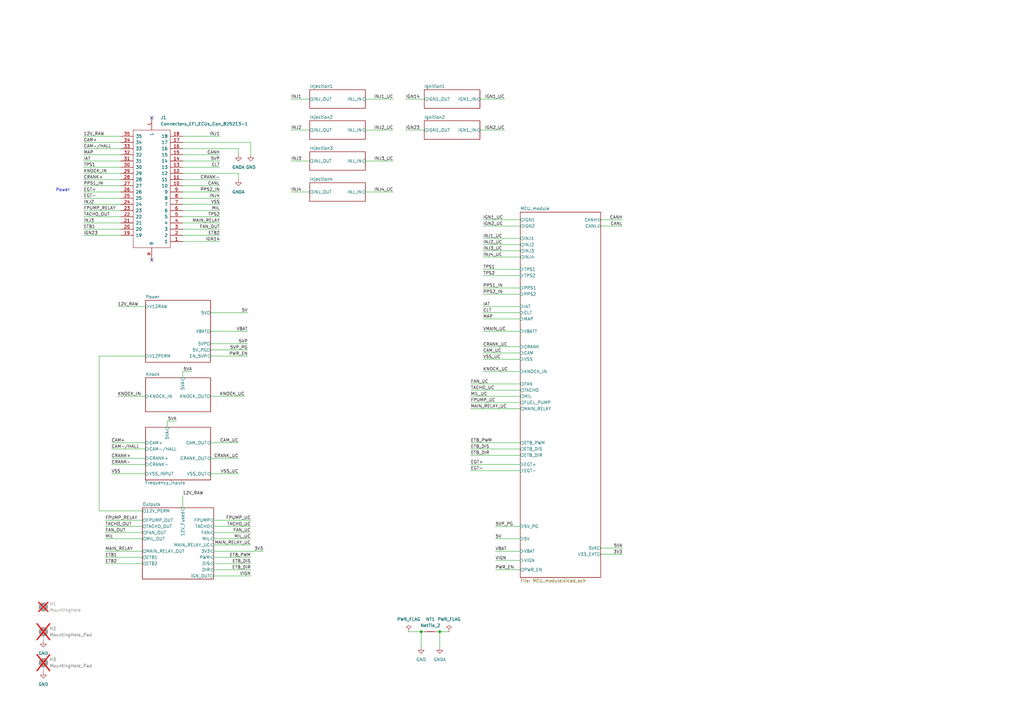
<source format=kicad_sch>
(kicad_sch (version 20231120) (generator "eeschema") (generator_version "8.0")
  (paper "A3")
  (lib_symbols
    (symbol "Device:NetTie_2" (pin_numbers hide) (pin_names (offset 0) hide) (in_bom no)
      (property "Reference" "NT" (at 0 1.27 0))
      (property "Value" "NetTie_2" (at 0 -1.27 0))
      (symbol "NetTie_2_0_1"
        (polyline (pts (xy -1.27 0) (xy 1.27 0)) (stroke (width 0.254)))
      )
      (symbol "NetTie_2_1_1"
        (pin passive line (at -2.54 0 0) (length 2.54) (name "1") (number "1"))
        (pin passive line (at 2.54 0 180) (length 2.54) (name "2") (number "2"))
      )
    )
    (symbol "Mechanical:MountingHole" (pin_names (offset 1.016))
      (property "Reference" "H" (at 0 5.08 0))
      (property "Value" "MountingHole" (at 0 3.175 0))
      (symbol "MountingHole_0_1"
        (circle (center 0 0) (radius 1.27) (stroke (width 1.27)))
      )
    )
    (symbol "Mechanical:MountingHole_Pad" (pin_numbers hide) (pin_names (offset 1.016) hide)
      (property "Reference" "H" (at 0 6.35 0))
      (property "Value" "MountingHole_Pad" (at 0 4.445 0))
      (symbol "MountingHole_Pad_0_1"
        (circle (center 0 1.27) (radius 1.27) (stroke (width 1.27)))
      )
      (symbol "MountingHole_Pad_1_1"
        (pin input line (at 0 -2.54 90) (length 2.54) (name "1") (number "1"))
      )
    )
    (symbol "balefi-library:Connectors_EFI_ECUs_Con_825213-1" (pin_names (offset 1.016))
      (property "Reference" "J1" (at 6.985 3.6261 90))
      (property "Value" "Connectors_EFI_ECUs_Con_825213-1" (at 9.525 3.6261 90))
      (symbol "Connectors_EFI_ECUs_Con_825213-1_1_1"
        (polyline (pts (xy 11.43 7.62) (xy 59.69 7.62) (xy 59.69 -7.62) (xy 11.43 -7.62) (xy 11.43 7.62)) (stroke (width 0.1524)))
        (pin passive line (at 57.15 12.7 270) (length 5.08) (name "1") (number "1"))
        (pin passive line (at 34.29 12.7 270) (length 5.08) (name "10") (number "10"))
        (pin passive line (at 31.75 12.7 270) (length 5.08) (name "11") (number "11"))
        (pin passive line (at 29.21 12.7 270) (length 5.08) (name "12") (number "12"))
        (pin passive line (at 26.67 12.7 270) (length 5.08) (name "13") (number "13"))
        (pin passive line (at 24.13 12.7 270) (length 5.08) (name "14") (number "14"))
        (pin passive line (at 21.59 12.7 270) (length 5.08) (name "15") (number "15"))
        (pin passive line (at 19.05 12.7 270) (length 5.08) (name "16") (number "16"))
        (pin passive line (at 16.51 12.7 270) (length 5.08) (name "17") (number "17"))
        (pin passive line (at 13.97 12.7 270) (length 5.08) (name "18") (number "18"))
        (pin passive line (at 54.61 -12.7 90) (length 5.08) (name "19") (number "19"))
        (pin passive line (at 54.61 12.7 270) (length 5.08) (name "2") (number "2"))
        (pin passive line (at 52.07 -12.7 90) (length 5.08) (name "20") (number "20"))
        (pin passive line (at 49.53 -12.7 90) (length 5.08) (name "21") (number "21"))
        (pin passive line (at 46.99 -12.7 90) (length 5.08) (name "22") (number "22"))
        (pin passive line (at 44.45 -12.7 90) (length 5.08) (name "23") (number "23"))
        (pin passive line (at 41.91 -12.7 90) (length 5.08) (name "24") (number "24"))
        (pin passive line (at 39.37 -12.7 90) (length 5.08) (name "25") (number "25"))
        (pin passive line (at 36.83 -12.7 90) (length 5.08) (name "26") (number "26"))
        (pin passive line (at 34.29 -12.7 90) (length 5.08) (name "27") (number "27"))
        (pin passive line (at 31.75 -12.7 90) (length 5.08) (name "28") (number "28"))
        (pin passive line (at 29.21 -12.7 90) (length 5.08) (name "29") (number "29"))
        (pin passive line (at 52.07 12.7 270) (length 5.08) (name "3") (number "3"))
        (pin passive line (at 26.67 -12.7 90) (length 5.08) (name "30") (number "30"))
        (pin passive line (at 24.13 -12.7 90) (length 5.08) (name "31") (number "31"))
        (pin passive line (at 21.59 -12.7 90) (length 5.08) (name "32") (number "32"))
        (pin passive line (at 19.05 -12.7 90) (length 5.08) (name "33") (number "33"))
        (pin passive line (at 16.51 -12.7 90) (length 5.08) (name "34") (number "34"))
        (pin passive line (at 13.97 -12.7 90) (length 5.08) (name "35") (number "35"))
        (pin passive line (at 49.53 12.7 270) (length 5.08) (name "4") (number "4"))
        (pin passive line (at 46.99 12.7 270) (length 5.08) (name "5") (number "5"))
        (pin passive line (at 44.45 12.7 270) (length 5.08) (name "6") (number "6"))
        (pin passive line (at 41.91 12.7 270) (length 5.08) (name "7") (number "7"))
        (pin passive line (at 39.37 12.7 270) (length 5.08) (name "8") (number "8"))
        (pin passive line (at 36.83 12.7 270) (length 5.08) (name "9") (number "9"))
        (pin passive line (at 6.35 0 0) (length 5.08) (name "L") (number "L"))
        (pin passive line (at 64.77 0 180) (length 5.08) (name "R") (number "R"))
      )
    )
    (symbol "power:GND" (power) (pin_numbers hide) (pin_names (offset 0) hide)
      (property "Value" "GND" (at 0 -3.81 0))
      (symbol "GND_0_1"
        (polyline (pts (xy 0 0) (xy 0 -1.27) (xy 1.27 -1.27) (xy 0 -2.54) (xy -1.27 -1.27) (xy 0 -1.27)))
      )
      (symbol "GND_1_1"
        (pin power_in line (at 0 0 270) (length 0) (name "~") (number "1"))
      )
    )
    (symbol "power:GNDA" (power) (pin_numbers hide) (pin_names (offset 0) hide)
      (property "Value" "GNDA" (at 0 -3.81 0))
      (symbol "GNDA_0_1"
        (polyline (pts (xy 0 0) (xy 0 -1.27) (xy 1.27 -1.27) (xy 0 -2.54) (xy -1.27 -1.27) (xy 0 -1.27)))
      )
      (symbol "GNDA_1_1"
        (pin power_in line (at 0 0 270) (length 0) (name "~") (number "1"))
      )
    )
    (symbol "power:PWR_FLAG" (power) (pin_numbers hide) (pin_names (offset 0) hide)
      (property "Value" "PWR_FLAG" (at 0 3.81 0))
      (symbol "PWR_FLAG_0_0"
        (pin power_out line (at 0 0 90) (length 0) (name "~") (number "1"))
      )
      (symbol "PWR_FLAG_0_1"
        (polyline (pts (xy 0 0) (xy 0 1.27) (xy -1.016 1.905) (xy 0 2.54) (xy 1.016 1.905) (xy 0 1.27)))
      )
    )
  )
  (junction (at 172.72 259.08))
  (junction (at 180.34 259.08))
  (no_connect (at 62.23 106.68))
  (no_connect (at 62.23 48.26))
  (wire (pts (xy 68.58 172.72) (xy 72.39 172.72)))
  (wire (pts (xy 74.93 58.42) (xy 102.87 58.42)))
  (wire (pts (xy 74.93 91.44) (xy 90.17 91.44)))
  (wire (pts (xy 246.38 224.79) (xy 255.27 224.79)))
  (wire (pts (xy 193.04 165.1) (xy 213.36 165.1)))
  (wire (pts (xy 198.12 125.73) (xy 213.36 125.73)))
  (wire (pts (xy 45.72 187.96) (xy 59.69 187.96)))
  (wire (pts (xy 119.38 53.34) (xy 127 53.34)))
  (wire (pts (xy 193.04 160.02) (xy 213.36 160.02)))
  (wire (pts (xy 198.12 142.24) (xy 213.36 142.24)))
  (wire (pts (xy 193.04 162.56) (xy 213.36 162.56)))
  (wire (pts (xy 119.38 66.04) (xy 127 66.04)))
  (wire (pts (xy 74.93 93.98) (xy 90.17 93.98)))
  (wire (pts (xy 198.12 144.78) (xy 213.36 144.78)))
  (wire (pts (xy 58.42 209.55) (xy 40.64 209.55)))
  (wire (pts (xy 198.12 118.11) (xy 213.36 118.11)))
  (wire (pts (xy 198.12 113.03) (xy 213.36 113.03)))
  (wire (pts (xy 34.29 66.04) (xy 49.53 66.04)))
  (wire (pts (xy 74.93 68.58) (xy 90.17 68.58)))
  (wire (pts (xy 86.36 194.31) (xy 97.79 194.31)))
  (wire (pts (xy 119.38 40.64) (xy 127 40.64)))
  (wire (pts (xy 34.29 55.88) (xy 49.53 55.88)))
  (wire (pts (xy 74.93 55.88) (xy 90.17 55.88)))
  (wire (pts (xy 86.36 140.97) (xy 101.6 140.97)))
  (wire (pts (xy 198.12 128.27) (xy 213.36 128.27)))
  (wire (pts (xy 196.85 53.34) (xy 207.01 53.34)))
  (wire (pts (xy 149.86 66.04) (xy 161.29 66.04)))
  (wire (pts (xy 40.64 146.05) (xy 59.69 146.05)))
  (wire (pts (xy 198.12 120.65) (xy 213.36 120.65)))
  (wire (pts (xy 74.93 99.06) (xy 90.17 99.06)))
  (wire (pts (xy 74.93 88.9) (xy 90.17 88.9)))
  (wire (pts (xy 34.29 96.52) (xy 49.53 96.52)))
  (wire (pts (xy 74.93 152.4) (xy 78.74 152.4)))
  (wire (pts (xy 246.38 90.17) (xy 255.27 90.17)))
  (wire (pts (xy 180.34 265.43) (xy 180.34 259.08)))
  (wire (pts (xy 74.93 203.2) (xy 74.93 208.28)))
  (wire (pts (xy 43.18 215.9) (xy 58.42 215.9)))
  (wire (pts (xy 74.93 73.66) (xy 90.17 73.66)))
  (wire (pts (xy 74.93 152.4) (xy 74.93 154.94)))
  (wire (pts (xy 34.29 76.2) (xy 49.53 76.2)))
  (wire (pts (xy 246.38 227.33) (xy 255.27 227.33)))
  (wire (pts (xy 203.2 220.98) (xy 213.36 220.98)))
  (wire (pts (xy 172.72 259.08) (xy 173.99 259.08)))
  (wire (pts (xy 198.12 102.87) (xy 213.36 102.87)))
  (wire (pts (xy 193.04 186.69) (xy 213.36 186.69)))
  (wire (pts (xy 87.63 231.14) (xy 102.87 231.14)))
  (wire (pts (xy 40.64 209.55) (xy 40.64 146.05)))
  (wire (pts (xy 34.29 58.42) (xy 49.53 58.42)))
  (wire (pts (xy 180.34 259.08) (xy 184.15 259.08)))
  (wire (pts (xy 203.2 226.06) (xy 213.36 226.06)))
  (wire (pts (xy 193.04 157.48) (xy 213.36 157.48)))
  (wire (pts (xy 198.12 92.71) (xy 213.36 92.71)))
  (wire (pts (xy 86.36 146.05) (xy 101.6 146.05)))
  (wire (pts (xy 86.36 187.96) (xy 97.79 187.96)))
  (wire (pts (xy 198.12 97.79) (xy 213.36 97.79)))
  (wire (pts (xy 34.29 81.28) (xy 49.53 81.28)))
  (wire (pts (xy 74.93 76.2) (xy 90.17 76.2)))
  (wire (pts (xy 203.2 229.87) (xy 213.36 229.87)))
  (wire (pts (xy 203.2 215.9) (xy 213.36 215.9)))
  (wire (pts (xy 74.93 78.74) (xy 90.17 78.74)))
  (wire (pts (xy 45.72 184.15) (xy 59.69 184.15)))
  (wire (pts (xy 149.86 40.64) (xy 161.29 40.64)))
  (wire (pts (xy 196.85 40.64) (xy 207.01 40.64)))
  (wire (pts (xy 87.63 228.6) (xy 102.87 228.6)))
  (wire (pts (xy 34.29 60.96) (xy 49.53 60.96)))
  (wire (pts (xy 87.63 213.36) (xy 102.87 213.36)))
  (wire (pts (xy 74.93 96.52) (xy 90.17 96.52)))
  (wire (pts (xy 198.12 90.17) (xy 213.36 90.17)))
  (wire (pts (xy 74.93 83.82) (xy 90.17 83.82)))
  (wire (pts (xy 246.38 92.71) (xy 255.27 92.71)))
  (wire (pts (xy 193.04 184.15) (xy 213.36 184.15)))
  (wire (pts (xy 34.29 93.98) (xy 49.53 93.98)))
  (wire (pts (xy 34.29 68.58) (xy 49.53 68.58)))
  (wire (pts (xy 34.29 71.12) (xy 49.53 71.12)))
  (wire (pts (xy 198.12 110.49) (xy 213.36 110.49)))
  (wire (pts (xy 34.29 83.82) (xy 49.53 83.82)))
  (wire (pts (xy 86.36 143.51) (xy 101.6 143.51)))
  (wire (pts (xy 74.93 81.28) (xy 90.17 81.28)))
  (wire (pts (xy 167.64 259.08) (xy 172.72 259.08)))
  (wire (pts (xy 179.07 259.08) (xy 180.34 259.08)))
  (wire (pts (xy 86.36 162.56) (xy 100.33 162.56)))
  (wire (pts (xy 74.93 86.36) (xy 90.17 86.36)))
  (wire (pts (xy 87.63 233.68) (xy 102.87 233.68)))
  (wire (pts (xy 198.12 105.41) (xy 213.36 105.41)))
  (wire (pts (xy 166.37 40.64) (xy 173.99 40.64)))
  (wire (pts (xy 193.04 181.61) (xy 213.36 181.61)))
  (wire (pts (xy 119.38 78.74) (xy 127 78.74)))
  (wire (pts (xy 68.58 172.72) (xy 68.58 175.26)))
  (wire (pts (xy 34.29 73.66) (xy 49.53 73.66)))
  (wire (pts (xy 198.12 100.33) (xy 213.36 100.33)))
  (wire (pts (xy 193.04 190.5) (xy 213.36 190.5)))
  (wire (pts (xy 149.86 78.74) (xy 161.29 78.74)))
  (wire (pts (xy 45.72 194.31) (xy 59.69 194.31)))
  (wire (pts (xy 198.12 152.4) (xy 213.36 152.4)))
  (wire (pts (xy 87.63 220.98) (xy 102.87 220.98)))
  (wire (pts (xy 74.93 60.96) (xy 97.79 60.96)))
  (wire (pts (xy 203.2 233.68) (xy 213.36 233.68)))
  (wire (pts (xy 87.63 236.22) (xy 102.87 236.22)))
  (wire (pts (xy 198.12 135.89) (xy 213.36 135.89)))
  (wire (pts (xy 34.29 88.9) (xy 49.53 88.9)))
  (wire (pts (xy 87.63 223.52) (xy 102.87 223.52)))
  (wire (pts (xy 149.86 53.34) (xy 161.29 53.34)))
  (wire (pts (xy 193.04 167.64) (xy 213.36 167.64)))
  (wire (pts (xy 43.18 228.6) (xy 58.42 228.6)))
  (wire (pts (xy 198.12 147.32) (xy 213.36 147.32)))
  (wire (pts (xy 87.63 218.44) (xy 102.87 218.44)))
  (wire (pts (xy 74.93 63.5) (xy 90.17 63.5)))
  (wire (pts (xy 34.29 63.5) (xy 49.53 63.5)))
  (wire (pts (xy 34.29 78.74) (xy 49.53 78.74)))
  (wire (pts (xy 198.12 130.81) (xy 213.36 130.81)))
  (wire (pts (xy 43.18 220.98) (xy 58.42 220.98)))
  (wire (pts (xy 86.36 135.89) (xy 101.6 135.89)))
  (wire (pts (xy 74.93 66.04) (xy 90.17 66.04)))
  (wire (pts (xy 193.04 193.04) (xy 213.36 193.04)))
  (wire (pts (xy 97.79 73.66) (xy 97.79 71.12)))
  (wire (pts (xy 45.72 190.5) (xy 59.69 190.5)))
  (wire (pts (xy 172.72 265.43) (xy 172.72 259.08)))
  (wire (pts (xy 48.26 162.56) (xy 59.69 162.56)))
  (wire (pts (xy 101.6 128.27) (xy 86.36 128.27)))
  (wire (pts (xy 34.29 86.36) (xy 49.53 86.36)))
  (wire (pts (xy 43.18 218.44) (xy 58.42 218.44)))
  (wire (pts (xy 43.18 226.06) (xy 58.42 226.06)))
  (wire (pts (xy 97.79 63.5) (xy 97.79 60.96)))
  (wire (pts (xy 87.63 215.9) (xy 102.87 215.9)))
  (wire (pts (xy 102.87 63.5) (xy 102.87 58.42)))
  (wire (pts (xy 45.72 181.61) (xy 59.69 181.61)))
  (wire (pts (xy 48.26 125.73) (xy 59.69 125.73)))
  (wire (pts (xy 166.37 53.34) (xy 173.99 53.34)))
  (wire (pts (xy 86.36 181.61) (xy 97.79 181.61)))
  (wire (pts (xy 34.29 91.44) (xy 49.53 91.44)))
  (wire (pts (xy 74.93 71.12) (xy 97.79 71.12)))
  (wire (pts (xy 43.18 213.36) (xy 58.42 213.36)))
  (wire (pts (xy 43.18 231.14) (xy 58.42 231.14)))
  (wire (pts (xy 87.63 226.06) (xy 107.95 226.06)))
  (text "Power" (at 22.86 78.74 0) (effects (font (size 1.27 1.27)) (justify left bottom)))
  (label "INJ1_UC" (at 161.29 40.64 180))
  (label "FPUMP_RELAY" (at 34.29 86.36 0))
  (label "INJ2" (at 119.38 53.34 0))
  (label "INJ4" (at 90.17 81.28 180))
  (label "VSS" (at 45.72 194.31 0))
  (label "EGT-" (at 34.29 81.28 0))
  (label "TACHO_OUT" (at 43.18 215.9 0))
  (label "IGN2_UC" (at 207.01 53.34 180))
  (label "ETB2" (at 43.18 231.14 0))
  (label "CRANK+" (at 34.29 73.66 0))
  (label "ETB1" (at 43.18 228.6 0))
  (label "KNOCK_IN" (at 48.26 162.56 0))
  (label "VBAT" (at 101.6 135.89 180))
  (label "FAN_UC" (at 193.04 157.48 0))
  (label "IGN14" (at 90.17 99.06 180))
  (label "CAM-{slash}HALL" (at 45.72 184.15 0))
  (label "5V" (at 203.2 220.98 0))
  (label "CRANK+" (at 45.72 187.96 0))
  (label "ETB_DIR" (at 193.04 186.69 0))
  (label "PPS1_IN" (at 34.29 76.2 0))
  (label "5VP" (at 101.6 140.97 180))
  (label "INJ3_UC" (at 198.12 102.87 0))
  (label "IGN14" (at 166.37 40.64 0))
  (label "MAP" (at 34.29 63.5 0))
  (label "PWR_EN" (at 101.6 146.05 180))
  (label "CAM+" (at 34.29 58.42 0))
  (label "CAM_UC" (at 198.12 144.78 0))
  (label "FPUMP_UC" (at 193.04 165.1 0))
  (label "TACHO_UC" (at 193.04 160.02 0))
  (label "CLT" (at 198.12 128.27 0))
  (label "ETB_PWM" (at 102.87 228.6 180))
  (label "INJ4" (at 119.38 78.74 0))
  (label "FAN_OUT" (at 43.18 218.44 0))
  (label "ETB_DIS" (at 193.04 184.15 0))
  (label "CRANK_UC" (at 97.79 187.96 180))
  (label "PPS2_IN" (at 90.17 78.74 180))
  (label "MAIN_RELAY_UC" (at 193.04 167.64 0))
  (label "CAM_UC" (at 97.79 181.61 180))
  (label "ETB_DIR" (at 102.87 233.68 180))
  (label "CANH" (at 255.27 90.17 180))
  (label "12V_RAW" (at 48.26 125.73 0))
  (label "MAIN_RELAY" (at 90.17 91.44 180))
  (label "MAP" (at 198.12 130.81 0))
  (label "CANL" (at 90.17 76.2 180))
  (label "INJ3" (at 119.38 66.04 0))
  (label "3V3" (at 107.95 226.06 180))
  (label "5VA" (at 72.39 172.72 180))
  (label "CAM+" (at 45.72 181.61 0))
  (label "CANL" (at 255.27 92.71 180))
  (label "IAT" (at 198.12 125.73 0))
  (label "CAM-{slash}HALL" (at 34.29 60.96 0))
  (label "INJ4_UC" (at 198.12 105.41 0))
  (label "PPS2_IN" (at 198.12 120.65 0))
  (label "TPS1" (at 198.12 110.49 0))
  (label "CRANK-" (at 90.17 73.66 180))
  (label "FAN_OUT" (at 90.17 93.98 180))
  (label "CLT" (at 90.17 68.58 180))
  (label "12V_RAW" (at 34.29 55.88 0))
  (label "IGN1_UC" (at 207.01 40.64 180))
  (label "INJ1_UC" (at 198.12 97.79 0))
  (label "VIGN" (at 102.87 236.22 180))
  (label "INJ3" (at 34.29 91.44 0))
  (label "EGT-" (at 193.04 193.04 0))
  (label "PPS1_IN" (at 198.12 118.11 0))
  (label "TPS1" (at 34.29 68.58 0))
  (label "INJ2_UC" (at 161.29 53.34 180))
  (label "INJ3_UC" (at 161.29 66.04 180))
  (label "TACHO_UC" (at 102.87 215.9 180))
  (label "3V3" (at 255.27 227.33 180))
  (label "5VP_PG" (at 203.2 215.9 0))
  (label "FPUMP_UC" (at 102.87 213.36 180))
  (label "EGT+" (at 34.29 78.74 0))
  (label "INJ2_UC" (at 198.12 100.33 0))
  (label "CRANK_UC" (at 198.12 142.24 0))
  (label "IGN2_UC" (at 198.12 92.71 0))
  (label "12V_RAW" (at 74.93 203.2 0))
  (label "5VP" (at 90.17 66.04 180))
  (label "FPUMP_RELAY" (at 43.18 213.36 0))
  (label "ETB_DIS" (at 102.87 231.14 180))
  (label "MIL_UC" (at 102.87 220.98 180))
  (label "PWR_EN" (at 203.2 233.68 0))
  (label "MIL" (at 90.17 86.36 180))
  (label "MAIN_RELAY" (at 43.18 226.06 0))
  (label "ETB1" (at 34.29 93.98 0))
  (label "VSS_UC" (at 198.12 147.32 0))
  (label "VBAT" (at 203.2 226.06 0))
  (label "INJ2" (at 34.29 83.82 0))
  (label "IAT" (at 34.29 66.04 0))
  (label "5VA" (at 255.27 224.79 180))
  (label "KNOCK_UC" (at 198.12 152.4 0))
  (label "VMAIN_UC" (at 198.12 135.89 0))
  (label "INJ1" (at 90.17 55.88 180))
  (label "MIL_UC" (at 193.04 162.56 0))
  (label "VSS_UC" (at 97.79 194.31 180))
  (label "EGT+" (at 193.04 190.5 0))
  (label "IGN23" (at 166.37 53.34 0))
  (label "CANH" (at 90.17 63.5 180))
  (label "KNOCK_UC" (at 100.33 162.56 180))
  (label "MIL" (at 43.18 220.98 0))
  (label "5VA" (at 78.74 152.4 180))
  (label "TPS2" (at 198.12 113.03 0))
  (label "CRANK-" (at 45.72 190.5 0))
  (label "5VP_PG" (at 101.6 143.51 180))
  (label "KNOCK_IN" (at 34.29 71.12 0))
  (label "TACHO_OUT" (at 34.29 88.9 0))
  (label "VIGN" (at 203.2 229.87 0))
  (label "TPS2" (at 90.17 88.9 180))
  (label "ETB_PWM" (at 193.04 181.61 0))
  (label "FAN_UC" (at 102.87 218.44 180))
  (label "IGN23" (at 34.29 96.52 0))
  (label "VSS" (at 90.17 83.82 180))
  (label "MAIN_RELAY_UC" (at 102.87 223.52 180))
  (label "IGN1_UC" (at 198.12 90.17 0))
  (label "INJ1" (at 119.38 40.64 0))
  (label "ETB2" (at 90.17 96.52 180))
  (label "5V" (at 101.6 128.27 180))
  (label "INJ4_UC" (at 161.29 78.74 180))
  (symbol (lib_id "power:GND") (at 17.78 262.89 0) (unit 1)
    (property "Reference" "#PWR04" (effects (hide yes)))
    (property "Value" "GND" (at 17.78 267.97 0))
    (property "Description" "Power symbol creates a global label with name \"GND\" , ground" (effects (hide yes)))
  )
  (symbol (lib_id "Mechanical:MountingHole_Pad") (at 17.78 273.05 0) (unit 1) (dnp yes)
    (property "Reference" "H3" (at 20.32 270.51 0) (effects (justify left)))
    (property "Value" "MountingHole_Pad" (at 20.32 273.05 0) (effects (justify left)))
    (property "Footprint" "MountingHole:MountingHole_3.7mm_Pad_Via" (effects (hide yes)))
  )
  (symbol (lib_id "Mechanical:MountingHole_Pad") (at 17.78 260.35 0) (unit 1) (dnp yes)
    (property "Reference" "H2" (at 20.32 257.81 0) (effects (justify left)))
    (property "Value" "MountingHole_Pad" (at 20.32 260.35 0) (effects (justify left)))
    (property "Footprint" "MountingHole:MountingHole_3.7mm_Pad_Via" (effects (hide yes)))
  )
  (symbol (lib_id "power:PWR_FLAG") (at 167.64 259.08 0) (unit 1)
    (property "Reference" "#FLG01" (effects (hide yes)))
    (property "Value" "PWR_FLAG" (at 167.64 254 0))
    (property "Description" "Special symbol for telling ERC where power comes from" (effects (hide yes)))
  )
  (symbol (lib_id "power:GNDA") (at 97.79 63.5 0) (unit 1)
    (property "Reference" "#PWR01" (effects (hide yes)))
    (property "Value" "GNDA" (at 97.79 68.58 0))
    (property "Description" "Power symbol creates a global label with name \"GNDA\" , analog ground" (effects (hide yes)))
  )
  (symbol (lib_id "power:GND") (at 172.72 265.43 0) (unit 1)
    (property "Reference" "#PWR05" (effects (hide yes)))
    (property "Value" "GND" (at 172.72 270.51 0))
    (property "Description" "Power symbol creates a global label with name \"GND\" , ground" (effects (hide yes)))
  )
  (symbol (lib_id "Mechanical:MountingHole") (at 17.78 248.92 0) (unit 1) (dnp yes)
    (property "Reference" "H1" (at 20.32 247.65 0) (effects (justify left)))
    (property "Value" "MountingHole" (at 20.32 250.19 0) (effects (justify left)))
    (property "Footprint" "MountingHole:MountingHole_3.7mm" (effects (hide yes)))
  )
  (symbol (lib_id "power:GND") (at 17.78 275.59 0) (unit 1)
    (property "Reference" "#PWR07" (effects (hide yes)))
    (property "Value" "GND" (at 17.78 280.67 0))
    (property "Description" "Power symbol creates a global label with name \"GND\" , ground" (effects (hide yes)))
  )
  (symbol (lib_id "power:GNDA") (at 97.79 73.66 0) (unit 1)
    (property "Reference" "#PWR03" (effects (hide yes)))
    (property "Value" "GNDA" (at 97.79 78.74 0))
    (property "Description" "Power symbol creates a global label with name \"GNDA\" , analog ground" (effects (hide yes)))
  )
  (symbol (lib_id "power:GND") (at 102.87 63.5 0) (unit 1)
    (property "Reference" "#PWR02" (effects (hide yes)))
    (property "Value" "GND" (at 102.87 68.58 0))
    (property "Description" "Power symbol creates a global label with name \"GND\" , ground" (effects (hide yes)))
  )
  (symbol (lib_id "power:GNDA") (at 180.34 265.43 0) (unit 1)
    (property "Reference" "#PWR06" (effects (hide yes)))
    (property "Value" "GNDA" (at 180.34 270.51 0))
    (property "Description" "Power symbol creates a global label with name \"GNDA\" , analog ground" (effects (hide yes)))
  )
  (symbol (lib_id "Device:NetTie_2") (at 176.53 259.08 0) (unit 1) (in_bom no)
    (property "Reference" "NT1" (at 176.53 254 0))
    (property "Value" "NetTie_2" (at 176.53 256.54 0))
    (property "Footprint" "NetTie:NetTie-2_SMD_Pad2.0mm" (effects (hide yes)))
  )
  (symbol (lib_id "balefi-library:Connectors_EFI_ECUs_Con_825213-1") (at 62.23 41.91 270) (unit 1)
    (property "Reference" "J1" (at 65.8561 48.26 90) (effects (justify left)))
    (property "Value" "Connectors_EFI_ECUs_Con_825213-1" (at 65.8561 50.8 90) (effects (justify left)))
    (property "Footprint" "rusefi_lib:825213-1_FIAT" (effects (hide yes)))
  )
  (symbol (lib_id "power:PWR_FLAG") (at 184.15 259.08 0) (unit 1)
    (property "Reference" "#FLG02" (effects (hide yes)))
    (property "Value" "PWR_FLAG" (at 184.15 254 0))
    (property "Description" "Special symbol for telling ERC where power comes from" (effects (hide yes)))
  )
  (sheet (at 213.36 86.995) (size 33.02 149.86) (stroke (width 0.1524))
    (property "Sheetname" "MCU_module" (at 213.36 86.2834 0) (effects (justify left bottom)))
    (property "Sheetfile" "MCU_module.kicad_sch" (at 213.36 237.4396 0) (effects (justify left top)))
    (pin "CANH" bidirectional (at 246.38 90.17 0))
    (pin "CANL" bidirectional (at 246.38 92.71 0))
    (pin "VIGN" input (at 213.36 229.87 180))
    (pin "PWR_EN" output (at 213.36 233.68 180))
    (pin "INJ2" output (at 213.36 100.33 180))
    (pin "INJ1" output (at 213.36 97.79 180))
    (pin "INJ4" output (at 213.36 105.41 180))
    (pin "INJ3" output (at 213.36 102.87 180))
    (pin "IGN1" output (at 213.36 90.17 180))
    (pin "IGN2" output (at 213.36 92.71 180))
    (pin "TPS1" input (at 213.36 110.49 180))
    (pin "TPS2" input (at 213.36 113.03 180))
    (pin "PPS1" input (at 213.36 118.11 180))
    (pin "PPS2" input (at 213.36 120.65 180))
    (pin "IAT" input (at 213.36 125.73 180))
    (pin "CLT" input (at 213.36 128.27 180))
    (pin "VBATT" input (at 213.36 135.89 180))
    (pin "MAP" input (at 213.36 130.81 180))
    (pin "CRANK" input (at 213.36 142.24 180))
    (pin "VSS" input (at 213.36 147.32 180))
    (pin "CAM" input (at 213.36 144.78 180))
    (pin "KNOCK_IN" input (at 213.36 152.4 180))
    (pin "MAIN_RELAY" output (at 213.36 167.64 180))
    (pin "FUEL_PUMP" output (at 213.36 165.1 180))
    (pin "MIL" output (at 213.36 162.56 180))
    (pin "FAN" output (at 213.36 157.48 180))
    (pin "ETB_DIS" output (at 213.36 184.15 180))
    (pin "ETB_PWM" output (at 213.36 181.61 180))
    (pin "ETB_DIR" output (at 213.36 186.69 180))
    (pin "TACHO" output (at 213.36 160.02 180))
    (pin "VBAT" input (at 213.36 226.06 180))
    (pin "5VA" output (at 246.38 224.79 0))
    (pin "V33_EXT" output (at 246.38 227.33 0))
    (pin "5V" input (at 213.36 220.98 180))
    (pin "5V_PG" input (at 213.36 215.9 180))
    (pin "EGT+" input (at 213.36 190.5 180))
    (pin "EGT-" input (at 213.36 193.04 180))
  )
  (sheet (at 127 74.93) (size 22.86 7.62) (stroke (width 0.1524))
    (property "Sheetname" "Injection4" (at 127 74.2184 0) (effects (justify left bottom)))
    (property "Sheetfile" "Injection.kicad_sch" (effects (hide yes)))
    (pin "INJ_IN" input (at 149.86 78.74 0))
    (pin "INJ_OUT" output (at 127 78.74 180))
  )
  (sheet (at 59.69 123.19) (size 26.67 25.4) (stroke (width 0.1524))
    (property "Sheetname" "Power" (at 59.69 122.4784 0) (effects (justify left bottom)))
    (property "Sheetfile" "Power.kicad_sch" (effects (hide yes)))
    (pin "VBAT" output (at 86.36 135.89 0))
    (pin "V12PERM" input (at 59.69 146.05 180))
    (pin "EN_5VP" input (at 86.36 146.05 0))
    (pin "5VP" output (at 86.36 140.97 0))
    (pin "5V_PG" output (at 86.36 143.51 0))
    (pin "V12RAW" input (at 59.69 125.73 180))
    (pin "5V" output (at 86.36 128.27 0))
  )
  (sheet (at 173.99 36.83) (size 22.86 7.62) (stroke (width 0.1524))
    (property "Sheetname" "Ignition1" (at 173.99 36.1184 0) (effects (justify left bottom)))
    (property "Sheetfile" "Ignition.kicad_sch" (effects (hide yes)))
    (pin "IGN1_OUT" output (at 173.99 40.64 180))
    (pin "IGN1_IN" input (at 196.85 40.64 0))
  )
  (sheet (at 59.69 154.94) (size 26.67 13.97) (stroke (width 0.1524))
    (property "Sheetname" "Knock" (at 59.69 154.2284 0) (effects (justify left bottom)))
    (property "Sheetfile" "Knock.kicad_sch" (effects (hide yes)))
    (pin "KNOCK_IN" input (at 59.69 162.56 180))
    (pin "5VA" input (at 74.93 154.94 90))
    (pin "KNOCK_OUT" output (at 86.36 162.56 0))
  )
  (sheet (at 127 36.83) (size 22.86 7.62) (stroke (width 0.1524))
    (property "Sheetname" "Injection1" (at 127 36.1184 0) (effects (justify left bottom)))
    (property "Sheetfile" "Injection.kicad_sch" (effects (hide yes)))
    (pin "INJ_IN" input (at 149.86 40.64 0))
    (pin "INJ_OUT" output (at 127 40.64 180))
  )
  (sheet (at 59.69 175.26) (size 26.67 21.59) (stroke (width 0.1524))
    (property "Sheetname" "Frequency_inputs" (at 59.4683 198.7053 0) (effects (justify left bottom)))
    (property "Sheetfile" "Freq_inputs.kicad_sch" (effects (hide yes)))
    (pin "CAM-{slash}HALL" input (at 59.69 184.15 180))
    (pin "VSS_INPUT" input (at 59.69 194.31 180))
    (pin "CRANK+" input (at 59.69 187.96 180))
    (pin "CAM+" input (at 59.69 181.61 180))
    (pin "CRANK-" input (at 59.69 190.5 180))
    (pin "VSS_OUT" input (at 86.36 194.31 0))
    (pin "CAM_OUT" input (at 86.36 181.61 0))
    (pin "CRANK_OUT" input (at 86.36 187.96 0))
    (pin "5VA" input (at 68.58 175.26 90))
  )
  (sheet (at 127 49.53) (size 22.86 7.62) (stroke (width 0.1524))
    (property "Sheetname" "Injection2" (at 127 48.8184 0) (effects (justify left bottom)))
    (property "Sheetfile" "Injection.kicad_sch" (effects (hide yes)))
    (pin "INJ_IN" input (at 149.86 53.34 0))
    (pin "INJ_OUT" output (at 127 53.34 180))
  )
  (sheet (at 58.42 208.28) (size 29.21 29.21) (stroke (width 0.1524))
    (property "Sheetname" "Outputs" (at 58.42 207.5684 0) (effects (justify left bottom)))
    (property "Sheetfile" "Outputs.kicad_sch" (effects (hide yes)))
    (pin "MIL_OUT" output (at 58.42 220.98 180))
    (pin "MIL" input (at 87.63 220.98 0))
    (pin "FAN" input (at 87.63 218.44 0))
    (pin "FAN_OUT" output (at 58.42 218.44 180))
    (pin "TACHO" input (at 87.63 215.9 0))
    (pin "FPUMP" input (at 87.63 213.36 0))
    (pin "TACHO_OUT" output (at 58.42 215.9 180))
    (pin "FPUMP_OUT" output (at 58.42 213.36 180))
    (pin "ETB2" output (at 58.42 231.14 180))
    (pin "PWM" input (at 87.63 228.6 0))
    (pin "DIS" input (at 87.63 231.14 0))
    (pin "3V3" input (at 87.63 226.06 0))
    (pin "ETB1" output (at 58.42 228.6 180))
    (pin "12V_Fused" input (at 74.93 208.28 90))
    (pin "DIR" input (at 87.63 233.68 0))
    (pin "MAIN_RELAY_UC" input (at 87.63 223.52 0))
    (pin "IGN_OUT" output (at 87.63 236.22 0))
    (pin "MAIN_RELAY_OUT" output (at 58.42 226.06 180))
    (pin "12V_PERM" output (at 58.42 209.55 180))
  )
  (sheet (at 173.99 49.53) (size 22.86 7.62) (stroke (width 0.1524))
    (property "Sheetname" "Ignition2" (at 173.99 48.8184 0) (effects (justify left bottom)))
    (property "Sheetfile" "Ignition.kicad_sch" (effects (hide yes)))
    (pin "IGN1_OUT" output (at 173.99 53.34 180))
    (pin "IGN1_IN" input (at 196.85 53.34 0))
  )
  (sheet (at 127 62.23) (size 22.86 7.62) (stroke (width 0.1524))
    (property "Sheetname" "Injection3" (at 127 61.5184 0) (effects (justify left bottom)))
    (property "Sheetfile" "Injection.kicad_sch" (effects (hide yes)))
    (pin "INJ_IN" input (at 149.86 66.04 0))
    (pin "INJ_OUT" output (at 127 66.04 180))
  )
)
</source>
